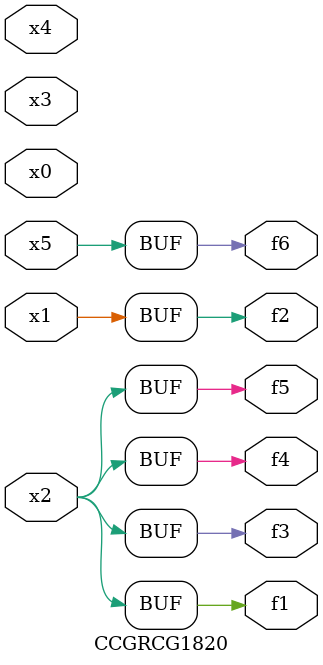
<source format=v>
module CCGRCG1820(
	input x0, x1, x2, x3, x4, x5,
	output f1, f2, f3, f4, f5, f6
);
	assign f1 = x2;
	assign f2 = x1;
	assign f3 = x2;
	assign f4 = x2;
	assign f5 = x2;
	assign f6 = x5;
endmodule

</source>
